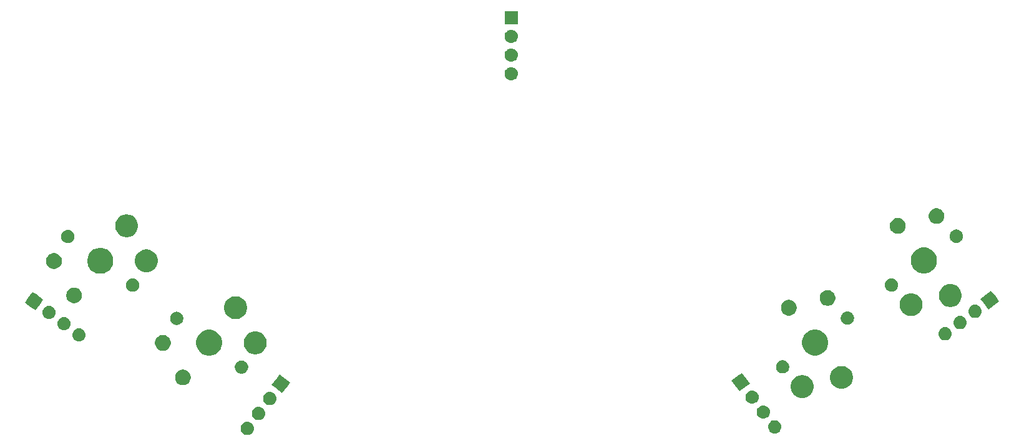
<source format=gbr>
G04 #@! TF.GenerationSoftware,KiCad,Pcbnew,(5.1.4)-1*
G04 #@! TF.CreationDate,2023-03-14T14:53:53-04:00*
G04 #@! TF.ProjectId,ThumbsUp,5468756d-6273-4557-902e-6b696361645f,rev?*
G04 #@! TF.SameCoordinates,Original*
G04 #@! TF.FileFunction,Soldermask,Top*
G04 #@! TF.FilePolarity,Negative*
%FSLAX46Y46*%
G04 Gerber Fmt 4.6, Leading zero omitted, Abs format (unit mm)*
G04 Created by KiCad (PCBNEW (5.1.4)-1) date 2023-03-14 14:53:53*
%MOMM*%
%LPD*%
G04 APERTURE LIST*
%ADD10C,0.100000*%
G04 APERTURE END LIST*
D10*
G36*
X114444727Y-104066955D02*
G01*
X114510911Y-104073473D01*
X114680750Y-104124993D01*
X114837275Y-104208658D01*
X114873013Y-104237988D01*
X114974470Y-104321250D01*
X115052530Y-104416368D01*
X115087062Y-104458445D01*
X115170727Y-104614970D01*
X115222247Y-104784809D01*
X115239643Y-104961436D01*
X115222247Y-105138063D01*
X115170727Y-105307902D01*
X115087062Y-105464427D01*
X115057732Y-105500165D01*
X114974470Y-105601622D01*
X114898663Y-105663834D01*
X114837275Y-105714214D01*
X114680750Y-105797879D01*
X114510911Y-105849399D01*
X114444726Y-105855918D01*
X114378544Y-105862436D01*
X114290024Y-105862436D01*
X114223842Y-105855918D01*
X114157657Y-105849399D01*
X113987818Y-105797879D01*
X113831293Y-105714214D01*
X113769905Y-105663834D01*
X113694098Y-105601622D01*
X113610836Y-105500165D01*
X113581506Y-105464427D01*
X113497841Y-105307902D01*
X113446321Y-105138063D01*
X113428925Y-104961436D01*
X113446321Y-104784809D01*
X113497841Y-104614970D01*
X113581506Y-104458445D01*
X113616038Y-104416368D01*
X113694098Y-104321250D01*
X113795555Y-104237988D01*
X113831293Y-104208658D01*
X113987818Y-104124993D01*
X114157657Y-104073473D01*
X114223841Y-104066955D01*
X114290024Y-104060436D01*
X114378544Y-104060436D01*
X114444727Y-104066955D01*
X114444727Y-104066955D01*
G37*
G36*
X186004086Y-103868353D02*
G01*
X186070270Y-103874871D01*
X186240109Y-103926391D01*
X186396634Y-104010056D01*
X186432372Y-104039386D01*
X186533829Y-104122648D01*
X186617091Y-104224105D01*
X186646421Y-104259843D01*
X186730086Y-104416368D01*
X186781606Y-104586207D01*
X186799002Y-104762834D01*
X186781606Y-104939461D01*
X186730086Y-105109300D01*
X186646421Y-105265825D01*
X186617091Y-105301563D01*
X186533829Y-105403020D01*
X186459003Y-105464427D01*
X186396634Y-105515612D01*
X186240109Y-105599277D01*
X186070270Y-105650797D01*
X186004085Y-105657316D01*
X185937903Y-105663834D01*
X185849383Y-105663834D01*
X185783201Y-105657316D01*
X185717016Y-105650797D01*
X185547177Y-105599277D01*
X185390652Y-105515612D01*
X185328283Y-105464427D01*
X185253457Y-105403020D01*
X185170195Y-105301563D01*
X185140865Y-105265825D01*
X185057200Y-105109300D01*
X185005680Y-104939461D01*
X184988284Y-104762834D01*
X185005680Y-104586207D01*
X185057200Y-104416368D01*
X185140865Y-104259843D01*
X185170195Y-104224105D01*
X185253457Y-104122648D01*
X185354914Y-104039386D01*
X185390652Y-104010056D01*
X185547177Y-103926391D01*
X185717016Y-103874871D01*
X185783200Y-103868353D01*
X185849383Y-103861834D01*
X185937903Y-103861834D01*
X186004086Y-103868353D01*
X186004086Y-103868353D01*
G37*
G36*
X115973337Y-102038420D02*
G01*
X116039521Y-102044938D01*
X116209360Y-102096458D01*
X116365885Y-102180123D01*
X116401623Y-102209453D01*
X116503080Y-102292715D01*
X116581140Y-102387833D01*
X116615672Y-102429910D01*
X116699337Y-102586435D01*
X116750857Y-102756274D01*
X116768253Y-102932901D01*
X116750857Y-103109528D01*
X116699337Y-103279367D01*
X116615672Y-103435892D01*
X116586342Y-103471630D01*
X116503080Y-103573087D01*
X116427273Y-103635299D01*
X116365885Y-103685679D01*
X116209360Y-103769344D01*
X116039521Y-103820864D01*
X115973336Y-103827383D01*
X115907154Y-103833901D01*
X115818634Y-103833901D01*
X115752452Y-103827383D01*
X115686267Y-103820864D01*
X115516428Y-103769344D01*
X115359903Y-103685679D01*
X115298515Y-103635299D01*
X115222708Y-103573087D01*
X115139446Y-103471630D01*
X115110116Y-103435892D01*
X115026451Y-103279367D01*
X114974931Y-103109528D01*
X114957535Y-102932901D01*
X114974931Y-102756274D01*
X115026451Y-102586435D01*
X115110116Y-102429910D01*
X115144648Y-102387833D01*
X115222708Y-102292715D01*
X115324165Y-102209453D01*
X115359903Y-102180123D01*
X115516428Y-102096458D01*
X115686267Y-102044938D01*
X115752452Y-102038419D01*
X115818634Y-102031901D01*
X115907154Y-102031901D01*
X115973337Y-102038420D01*
X115973337Y-102038420D01*
G37*
G36*
X184475476Y-101839818D02*
G01*
X184541660Y-101846336D01*
X184711499Y-101897856D01*
X184868024Y-101981521D01*
X184903762Y-102010851D01*
X185005219Y-102094113D01*
X185088481Y-102195570D01*
X185117811Y-102231308D01*
X185201476Y-102387833D01*
X185252996Y-102557672D01*
X185270392Y-102734299D01*
X185252996Y-102910926D01*
X185201476Y-103080765D01*
X185117811Y-103237290D01*
X185088481Y-103273028D01*
X185005219Y-103374485D01*
X184930393Y-103435892D01*
X184868024Y-103487077D01*
X184711499Y-103570742D01*
X184541660Y-103622262D01*
X184475475Y-103628781D01*
X184409293Y-103635299D01*
X184320773Y-103635299D01*
X184254591Y-103628781D01*
X184188406Y-103622262D01*
X184018567Y-103570742D01*
X183862042Y-103487077D01*
X183799673Y-103435892D01*
X183724847Y-103374485D01*
X183641585Y-103273028D01*
X183612255Y-103237290D01*
X183528590Y-103080765D01*
X183477070Y-102910926D01*
X183459674Y-102734299D01*
X183477070Y-102557672D01*
X183528590Y-102387833D01*
X183612255Y-102231308D01*
X183641585Y-102195570D01*
X183724847Y-102094113D01*
X183826304Y-102010851D01*
X183862042Y-101981521D01*
X184018567Y-101897856D01*
X184188406Y-101846336D01*
X184254590Y-101839818D01*
X184320773Y-101833299D01*
X184409293Y-101833299D01*
X184475476Y-101839818D01*
X184475476Y-101839818D01*
G37*
G36*
X117501946Y-100009885D02*
G01*
X117568131Y-100016404D01*
X117737970Y-100067924D01*
X117894495Y-100151589D01*
X117930233Y-100180919D01*
X118031690Y-100264181D01*
X118109750Y-100359299D01*
X118144282Y-100401376D01*
X118227947Y-100557901D01*
X118279467Y-100727740D01*
X118296863Y-100904367D01*
X118279467Y-101080994D01*
X118227947Y-101250833D01*
X118144282Y-101407358D01*
X118114952Y-101443096D01*
X118031690Y-101544553D01*
X117955883Y-101606765D01*
X117894495Y-101657145D01*
X117737970Y-101740810D01*
X117568131Y-101792330D01*
X117501947Y-101798848D01*
X117435764Y-101805367D01*
X117347244Y-101805367D01*
X117281061Y-101798848D01*
X117214877Y-101792330D01*
X117045038Y-101740810D01*
X116888513Y-101657145D01*
X116827125Y-101606765D01*
X116751318Y-101544553D01*
X116668056Y-101443096D01*
X116638726Y-101407358D01*
X116555061Y-101250833D01*
X116503541Y-101080994D01*
X116486145Y-100904367D01*
X116503541Y-100727740D01*
X116555061Y-100557901D01*
X116638726Y-100401376D01*
X116673258Y-100359299D01*
X116751318Y-100264181D01*
X116852775Y-100180919D01*
X116888513Y-100151589D01*
X117045038Y-100067924D01*
X117214877Y-100016404D01*
X117281062Y-100009885D01*
X117347244Y-100003367D01*
X117435764Y-100003367D01*
X117501946Y-100009885D01*
X117501946Y-100009885D01*
G37*
G36*
X182946865Y-99811283D02*
G01*
X183013050Y-99817802D01*
X183182889Y-99869322D01*
X183339414Y-99952987D01*
X183375152Y-99982317D01*
X183476609Y-100065579D01*
X183559871Y-100167036D01*
X183589201Y-100202774D01*
X183672866Y-100359299D01*
X183724386Y-100529138D01*
X183741782Y-100705765D01*
X183724386Y-100882392D01*
X183672866Y-101052231D01*
X183589201Y-101208756D01*
X183559871Y-101244494D01*
X183476609Y-101345951D01*
X183401783Y-101407358D01*
X183339414Y-101458543D01*
X183182889Y-101542208D01*
X183013050Y-101593728D01*
X182946866Y-101600246D01*
X182880683Y-101606765D01*
X182792163Y-101606765D01*
X182725980Y-101600246D01*
X182659796Y-101593728D01*
X182489957Y-101542208D01*
X182333432Y-101458543D01*
X182271063Y-101407358D01*
X182196237Y-101345951D01*
X182112975Y-101244494D01*
X182083645Y-101208756D01*
X181999980Y-101052231D01*
X181948460Y-100882392D01*
X181931064Y-100705765D01*
X181948460Y-100529138D01*
X181999980Y-100359299D01*
X182083645Y-100202774D01*
X182112975Y-100167036D01*
X182196237Y-100065579D01*
X182297694Y-99982317D01*
X182333432Y-99952987D01*
X182489957Y-99869322D01*
X182659796Y-99817802D01*
X182725980Y-99811284D01*
X182792163Y-99804765D01*
X182880683Y-99804765D01*
X182946865Y-99811283D01*
X182946865Y-99811283D01*
G37*
G36*
X189931245Y-97761399D02*
G01*
X190081070Y-97791201D01*
X190363334Y-97908118D01*
X190617365Y-98077856D01*
X190833401Y-98293892D01*
X191003139Y-98547923D01*
X191120056Y-98830187D01*
X191179660Y-99129837D01*
X191179660Y-99435357D01*
X191120056Y-99735007D01*
X191003139Y-100017271D01*
X190833401Y-100271302D01*
X190617365Y-100487338D01*
X190363334Y-100657076D01*
X190081070Y-100773993D01*
X189931245Y-100803795D01*
X189781421Y-100833597D01*
X189475899Y-100833597D01*
X189326075Y-100803795D01*
X189176250Y-100773993D01*
X188893986Y-100657076D01*
X188639955Y-100487338D01*
X188423919Y-100271302D01*
X188254181Y-100017271D01*
X188137264Y-99735007D01*
X188077660Y-99435357D01*
X188077660Y-99129837D01*
X188137264Y-98830187D01*
X188254181Y-98547923D01*
X188423919Y-98293892D01*
X188639955Y-98077856D01*
X188893986Y-97908118D01*
X189176250Y-97791201D01*
X189326075Y-97761399D01*
X189475899Y-97731597D01*
X189781421Y-97731597D01*
X189931245Y-97761399D01*
X189931245Y-97761399D01*
G37*
G36*
X119146297Y-97918100D02*
G01*
X120181920Y-98698497D01*
X120181920Y-98698498D01*
X119777441Y-99235260D01*
X119097450Y-100137639D01*
X119097449Y-100137639D01*
X118165491Y-99435358D01*
X117658308Y-99053169D01*
X117658308Y-99053168D01*
X118355261Y-98128280D01*
X118742778Y-97614027D01*
X118742779Y-97614027D01*
X119146297Y-97918100D01*
X119146297Y-97918100D01*
G37*
G36*
X182063769Y-98183281D02*
G01*
X182569619Y-98854566D01*
X182569619Y-98854567D01*
X182064420Y-99235261D01*
X181130478Y-99939037D01*
X181130477Y-99939037D01*
X180294900Y-98830188D01*
X180046007Y-98499896D01*
X180046007Y-98499895D01*
X181065574Y-97731597D01*
X181485148Y-97415425D01*
X181485149Y-97415425D01*
X182063769Y-98183281D01*
X182063769Y-98183281D01*
G37*
G36*
X195248415Y-96509322D02*
G01*
X195398240Y-96539124D01*
X195680504Y-96656041D01*
X195934535Y-96825779D01*
X196150571Y-97041815D01*
X196320309Y-97295846D01*
X196437226Y-97578110D01*
X196496830Y-97877760D01*
X196496830Y-98183280D01*
X196437226Y-98482930D01*
X196320309Y-98765194D01*
X196150571Y-99019225D01*
X195934535Y-99235261D01*
X195680504Y-99404999D01*
X195398240Y-99521916D01*
X195248415Y-99551718D01*
X195098591Y-99581520D01*
X194793069Y-99581520D01*
X194643245Y-99551718D01*
X194493420Y-99521916D01*
X194211156Y-99404999D01*
X193957125Y-99235261D01*
X193741089Y-99019225D01*
X193571351Y-98765194D01*
X193454434Y-98482930D01*
X193394830Y-98183280D01*
X193394830Y-97877760D01*
X193454434Y-97578110D01*
X193571351Y-97295846D01*
X193741089Y-97041815D01*
X193957125Y-96825779D01*
X194211156Y-96656041D01*
X194493420Y-96539124D01*
X194643245Y-96509322D01*
X194793069Y-96479520D01*
X195098591Y-96479520D01*
X195248415Y-96509322D01*
X195248415Y-96509322D01*
G37*
G36*
X105917786Y-96997193D02*
G01*
X106111967Y-97077626D01*
X106111969Y-97077627D01*
X106286728Y-97194397D01*
X106435348Y-97343017D01*
X106465321Y-97387875D01*
X106552119Y-97517778D01*
X106632552Y-97711959D01*
X106673555Y-97918098D01*
X106673555Y-98128282D01*
X106632552Y-98334421D01*
X106552119Y-98528602D01*
X106552118Y-98528604D01*
X106435348Y-98703363D01*
X106286728Y-98851983D01*
X106111969Y-98968753D01*
X106111968Y-98968754D01*
X106111967Y-98968754D01*
X105917786Y-99049187D01*
X105711647Y-99090190D01*
X105501463Y-99090190D01*
X105295324Y-99049187D01*
X105101143Y-98968754D01*
X105101142Y-98968754D01*
X105101141Y-98968753D01*
X104926382Y-98851983D01*
X104777762Y-98703363D01*
X104660992Y-98528604D01*
X104660991Y-98528602D01*
X104580558Y-98334421D01*
X104539555Y-98128282D01*
X104539555Y-97918098D01*
X104580558Y-97711959D01*
X104660991Y-97517778D01*
X104747789Y-97387875D01*
X104777762Y-97343017D01*
X104926382Y-97194397D01*
X105101141Y-97077627D01*
X105101143Y-97077626D01*
X105295324Y-96997193D01*
X105501463Y-96956190D01*
X105711647Y-96956190D01*
X105917786Y-96997193D01*
X105917786Y-96997193D01*
G37*
G36*
X113725711Y-95736653D02*
G01*
X113812834Y-95753982D01*
X113898264Y-95789369D01*
X113976970Y-95821970D01*
X114075893Y-95888068D01*
X114124687Y-95920671D01*
X114250311Y-96046295D01*
X114250313Y-96046298D01*
X114349012Y-96194012D01*
X114349012Y-96194013D01*
X114417000Y-96358148D01*
X114417000Y-96358150D01*
X114445175Y-96499793D01*
X114451659Y-96532394D01*
X114451659Y-96710052D01*
X114417000Y-96884298D01*
X114387221Y-96956190D01*
X114349012Y-97048434D01*
X114272096Y-97163547D01*
X114250311Y-97196151D01*
X114124687Y-97321775D01*
X114124684Y-97321777D01*
X113976970Y-97420476D01*
X113922257Y-97443139D01*
X113812834Y-97488464D01*
X113725711Y-97505794D01*
X113638590Y-97523123D01*
X113460928Y-97523123D01*
X113373807Y-97505794D01*
X113286684Y-97488464D01*
X113177261Y-97443139D01*
X113122548Y-97420476D01*
X112974834Y-97321777D01*
X112974831Y-97321775D01*
X112849207Y-97196151D01*
X112827422Y-97163547D01*
X112750506Y-97048434D01*
X112712297Y-96956190D01*
X112682518Y-96884298D01*
X112647859Y-96710052D01*
X112647859Y-96532394D01*
X112654344Y-96499793D01*
X112682518Y-96358150D01*
X112682518Y-96358148D01*
X112750506Y-96194013D01*
X112750506Y-96194012D01*
X112849205Y-96046298D01*
X112849207Y-96046295D01*
X112974831Y-95920671D01*
X113023625Y-95888068D01*
X113122548Y-95821970D01*
X113201254Y-95789369D01*
X113286684Y-95753982D01*
X113373807Y-95736653D01*
X113460928Y-95719323D01*
X113638590Y-95719323D01*
X113725711Y-95736653D01*
X113725711Y-95736653D01*
G37*
G36*
X187148488Y-95704052D02*
G01*
X187235611Y-95721381D01*
X187345034Y-95766706D01*
X187399747Y-95789369D01*
X187546469Y-95887405D01*
X187547464Y-95888070D01*
X187673088Y-96013694D01*
X187673090Y-96013697D01*
X187771789Y-96161411D01*
X187771789Y-96161412D01*
X187839777Y-96325547D01*
X187846262Y-96358150D01*
X187874436Y-96499791D01*
X187874436Y-96677453D01*
X187867951Y-96710054D01*
X187839777Y-96851697D01*
X187796494Y-96956190D01*
X187771789Y-97015833D01*
X187673753Y-97162555D01*
X187673088Y-97163550D01*
X187547464Y-97289174D01*
X187547461Y-97289176D01*
X187399747Y-97387875D01*
X187345034Y-97410538D01*
X187235611Y-97455863D01*
X187148488Y-97473192D01*
X187061367Y-97490522D01*
X186883705Y-97490522D01*
X186796584Y-97473192D01*
X186709461Y-97455863D01*
X186600038Y-97410538D01*
X186545325Y-97387875D01*
X186397611Y-97289176D01*
X186397608Y-97289174D01*
X186271984Y-97163550D01*
X186271319Y-97162555D01*
X186173283Y-97015833D01*
X186148578Y-96956190D01*
X186105295Y-96851697D01*
X186077121Y-96710054D01*
X186070636Y-96677453D01*
X186070636Y-96499791D01*
X186098810Y-96358150D01*
X186105295Y-96325547D01*
X186173283Y-96161412D01*
X186173283Y-96161411D01*
X186271982Y-96013697D01*
X186271984Y-96013694D01*
X186397608Y-95888070D01*
X186398603Y-95887405D01*
X186545325Y-95789369D01*
X186600038Y-95766706D01*
X186709461Y-95721381D01*
X186796584Y-95704051D01*
X186883705Y-95686722D01*
X187061367Y-95686722D01*
X187148488Y-95704052D01*
X187148488Y-95704052D01*
G37*
G36*
X109672240Y-91613587D02*
G01*
X109993540Y-91746674D01*
X109993542Y-91746675D01*
X110282704Y-91939887D01*
X110528617Y-92185800D01*
X110701391Y-92444374D01*
X110721830Y-92474964D01*
X110854917Y-92796264D01*
X110922764Y-93137352D01*
X110922764Y-93485128D01*
X110854917Y-93826216D01*
X110775828Y-94017153D01*
X110721829Y-94147518D01*
X110528617Y-94436680D01*
X110282704Y-94682593D01*
X109993542Y-94875805D01*
X109993541Y-94875806D01*
X109993540Y-94875806D01*
X109672240Y-95008893D01*
X109331152Y-95076740D01*
X108983376Y-95076740D01*
X108642288Y-95008893D01*
X108320988Y-94875806D01*
X108320987Y-94875806D01*
X108320986Y-94875805D01*
X108031824Y-94682593D01*
X107785911Y-94436680D01*
X107592699Y-94147518D01*
X107538700Y-94017153D01*
X107459611Y-93826216D01*
X107391764Y-93485128D01*
X107391764Y-93137352D01*
X107459611Y-92796264D01*
X107592698Y-92474964D01*
X107613138Y-92444374D01*
X107785911Y-92185800D01*
X108031824Y-91939887D01*
X108320986Y-91746675D01*
X108320988Y-91746674D01*
X108642288Y-91613587D01*
X108983376Y-91545740D01*
X109331152Y-91545740D01*
X109672240Y-91613587D01*
X109672240Y-91613587D01*
G37*
G36*
X191880007Y-91580986D02*
G01*
X192201307Y-91714073D01*
X192201309Y-91714074D01*
X192490471Y-91907286D01*
X192736384Y-92153199D01*
X192895556Y-92391416D01*
X192929597Y-92442363D01*
X193062684Y-92763663D01*
X193130531Y-93104751D01*
X193130531Y-93452527D01*
X193062684Y-93793615D01*
X192929597Y-94114915D01*
X192929596Y-94114917D01*
X192736384Y-94404079D01*
X192490471Y-94649992D01*
X192201309Y-94843204D01*
X192201308Y-94843205D01*
X192201307Y-94843205D01*
X191880007Y-94976292D01*
X191538919Y-95044139D01*
X191191143Y-95044139D01*
X190850055Y-94976292D01*
X190528755Y-94843205D01*
X190528754Y-94843205D01*
X190528753Y-94843204D01*
X190239591Y-94649992D01*
X189993678Y-94404079D01*
X189800466Y-94114917D01*
X189800465Y-94114915D01*
X189667378Y-93793615D01*
X189599531Y-93452527D01*
X189599531Y-93104751D01*
X189667378Y-92763663D01*
X189800465Y-92442363D01*
X189834507Y-92391416D01*
X189993678Y-92153199D01*
X190239591Y-91907286D01*
X190528753Y-91714074D01*
X190528755Y-91714073D01*
X190850055Y-91580986D01*
X191191143Y-91513139D01*
X191538919Y-91513139D01*
X191880007Y-91580986D01*
X191880007Y-91580986D01*
G37*
G36*
X115709833Y-91804234D02*
G01*
X115859658Y-91834036D01*
X116141922Y-91950953D01*
X116395953Y-92120691D01*
X116611989Y-92336727D01*
X116781727Y-92590758D01*
X116898644Y-92873022D01*
X116898644Y-92873023D01*
X116958248Y-93172671D01*
X116958248Y-93478193D01*
X116928446Y-93628017D01*
X116898644Y-93777842D01*
X116781727Y-94060106D01*
X116611989Y-94314137D01*
X116395953Y-94530173D01*
X116141922Y-94699911D01*
X115859658Y-94816828D01*
X115727057Y-94843204D01*
X115560009Y-94876432D01*
X115254487Y-94876432D01*
X115087439Y-94843204D01*
X114954838Y-94816828D01*
X114672574Y-94699911D01*
X114418543Y-94530173D01*
X114202507Y-94314137D01*
X114032769Y-94060106D01*
X113915852Y-93777842D01*
X113886050Y-93628017D01*
X113856248Y-93478193D01*
X113856248Y-93172671D01*
X113915852Y-92873023D01*
X113915852Y-92873022D01*
X114032769Y-92590758D01*
X114202507Y-92336727D01*
X114418543Y-92120691D01*
X114672574Y-91950953D01*
X114954838Y-91834036D01*
X115104663Y-91804234D01*
X115254487Y-91774432D01*
X115560009Y-91774432D01*
X115709833Y-91804234D01*
X115709833Y-91804234D01*
G37*
G36*
X103188420Y-92310983D02*
G01*
X103382601Y-92391416D01*
X103382603Y-92391417D01*
X103557362Y-92508187D01*
X103705982Y-92656807D01*
X103799163Y-92796263D01*
X103822753Y-92831568D01*
X103903186Y-93025749D01*
X103944189Y-93231888D01*
X103944189Y-93442072D01*
X103903186Y-93648211D01*
X103842957Y-93793615D01*
X103822752Y-93842394D01*
X103705982Y-94017153D01*
X103557362Y-94165773D01*
X103382603Y-94282543D01*
X103382602Y-94282544D01*
X103382601Y-94282544D01*
X103188420Y-94362977D01*
X102982281Y-94403980D01*
X102772097Y-94403980D01*
X102565958Y-94362977D01*
X102371777Y-94282544D01*
X102371776Y-94282544D01*
X102371775Y-94282543D01*
X102197016Y-94165773D01*
X102048396Y-94017153D01*
X101931626Y-93842394D01*
X101911421Y-93793615D01*
X101851192Y-93648211D01*
X101810189Y-93442072D01*
X101810189Y-93231888D01*
X101851192Y-93025749D01*
X101931625Y-92831568D01*
X101955215Y-92796263D01*
X102048396Y-92656807D01*
X102197016Y-92508187D01*
X102371775Y-92391417D01*
X102371777Y-92391416D01*
X102565958Y-92310983D01*
X102772097Y-92269980D01*
X102982281Y-92269980D01*
X103188420Y-92310983D01*
X103188420Y-92310983D01*
G37*
G36*
X91603061Y-91357030D02*
G01*
X91669245Y-91363548D01*
X91839084Y-91415068D01*
X91995609Y-91498733D01*
X92031347Y-91528063D01*
X92132804Y-91611325D01*
X92216066Y-91712782D01*
X92245396Y-91748520D01*
X92329061Y-91905045D01*
X92380581Y-92074884D01*
X92397977Y-92251511D01*
X92380581Y-92428138D01*
X92329061Y-92597977D01*
X92245396Y-92754502D01*
X92216066Y-92790240D01*
X92132804Y-92891697D01*
X92031347Y-92974959D01*
X91995609Y-93004289D01*
X91839084Y-93087954D01*
X91669245Y-93139474D01*
X91603061Y-93145992D01*
X91536878Y-93152511D01*
X91448358Y-93152511D01*
X91382175Y-93145992D01*
X91315991Y-93139474D01*
X91146152Y-93087954D01*
X90989627Y-93004289D01*
X90953889Y-92974959D01*
X90852432Y-92891697D01*
X90769170Y-92790240D01*
X90739840Y-92754502D01*
X90656175Y-92597977D01*
X90604655Y-92428138D01*
X90587259Y-92251511D01*
X90604655Y-92074884D01*
X90656175Y-91905045D01*
X90739840Y-91748520D01*
X90769170Y-91712782D01*
X90852432Y-91611325D01*
X90953889Y-91528063D01*
X90989627Y-91498733D01*
X91146152Y-91415068D01*
X91315991Y-91363548D01*
X91382175Y-91357030D01*
X91448358Y-91350511D01*
X91536878Y-91350511D01*
X91603061Y-91357030D01*
X91603061Y-91357030D01*
G37*
G36*
X209125584Y-91203425D02*
G01*
X209191768Y-91209943D01*
X209361607Y-91261463D01*
X209518132Y-91345128D01*
X209553870Y-91374458D01*
X209655327Y-91457720D01*
X209727562Y-91545740D01*
X209767919Y-91594915D01*
X209851584Y-91751440D01*
X209903104Y-91921279D01*
X209920500Y-92097906D01*
X209903104Y-92274533D01*
X209851584Y-92444372D01*
X209767919Y-92600897D01*
X209738589Y-92636635D01*
X209655327Y-92738092D01*
X209553870Y-92821354D01*
X209518132Y-92850684D01*
X209361607Y-92934349D01*
X209191768Y-92985869D01*
X209125584Y-92992387D01*
X209059401Y-92998906D01*
X208970881Y-92998906D01*
X208904699Y-92992388D01*
X208838514Y-92985869D01*
X208668675Y-92934349D01*
X208512150Y-92850684D01*
X208476412Y-92821354D01*
X208374955Y-92738092D01*
X208291693Y-92636635D01*
X208262363Y-92600897D01*
X208178698Y-92444372D01*
X208127178Y-92274533D01*
X208109782Y-92097906D01*
X208127178Y-91921279D01*
X208178698Y-91751440D01*
X208262363Y-91594915D01*
X208302720Y-91545740D01*
X208374955Y-91457720D01*
X208476412Y-91374458D01*
X208512150Y-91345128D01*
X208668675Y-91261463D01*
X208838514Y-91209943D01*
X208904698Y-91203425D01*
X208970881Y-91196906D01*
X209059401Y-91196906D01*
X209125584Y-91203425D01*
X209125584Y-91203425D01*
G37*
G36*
X89574526Y-89828420D02*
G01*
X89640710Y-89834938D01*
X89810549Y-89886458D01*
X89967074Y-89970123D01*
X90002812Y-89999453D01*
X90104269Y-90082715D01*
X90187531Y-90184172D01*
X90216861Y-90219910D01*
X90300526Y-90376435D01*
X90352046Y-90546274D01*
X90369442Y-90722901D01*
X90352046Y-90899528D01*
X90300526Y-91069367D01*
X90216861Y-91225892D01*
X90187668Y-91261463D01*
X90104269Y-91363087D01*
X90002812Y-91446349D01*
X89967074Y-91475679D01*
X89810549Y-91559344D01*
X89640710Y-91610864D01*
X89574525Y-91617383D01*
X89508343Y-91623901D01*
X89419823Y-91623901D01*
X89353641Y-91617383D01*
X89287456Y-91610864D01*
X89117617Y-91559344D01*
X88961092Y-91475679D01*
X88925354Y-91446349D01*
X88823897Y-91363087D01*
X88740498Y-91261463D01*
X88711305Y-91225892D01*
X88627640Y-91069367D01*
X88576120Y-90899528D01*
X88558724Y-90722901D01*
X88576120Y-90546274D01*
X88627640Y-90376435D01*
X88711305Y-90219910D01*
X88740635Y-90184172D01*
X88823897Y-90082715D01*
X88925354Y-89999453D01*
X88961092Y-89970123D01*
X89117617Y-89886458D01*
X89287456Y-89834938D01*
X89353640Y-89828420D01*
X89419823Y-89821901D01*
X89508343Y-89821901D01*
X89574526Y-89828420D01*
X89574526Y-89828420D01*
G37*
G36*
X211154118Y-89674814D02*
G01*
X211220303Y-89681333D01*
X211390142Y-89732853D01*
X211546667Y-89816518D01*
X211582405Y-89845848D01*
X211683862Y-89929110D01*
X211767124Y-90030567D01*
X211796454Y-90066305D01*
X211880119Y-90222830D01*
X211931639Y-90392669D01*
X211949035Y-90569296D01*
X211931639Y-90745923D01*
X211880119Y-90915762D01*
X211796454Y-91072287D01*
X211767124Y-91108025D01*
X211683862Y-91209482D01*
X211582405Y-91292744D01*
X211546667Y-91322074D01*
X211390142Y-91405739D01*
X211220303Y-91457259D01*
X211154119Y-91463777D01*
X211087936Y-91470296D01*
X210999416Y-91470296D01*
X210933234Y-91463778D01*
X210867049Y-91457259D01*
X210697210Y-91405739D01*
X210540685Y-91322074D01*
X210504947Y-91292744D01*
X210403490Y-91209482D01*
X210320228Y-91108025D01*
X210290898Y-91072287D01*
X210207233Y-90915762D01*
X210155713Y-90745923D01*
X210138317Y-90569296D01*
X210155713Y-90392669D01*
X210207233Y-90222830D01*
X210290898Y-90066305D01*
X210320228Y-90030567D01*
X210403490Y-89929110D01*
X210504947Y-89845848D01*
X210540685Y-89816518D01*
X210697210Y-89732853D01*
X210867049Y-89681333D01*
X210933234Y-89674814D01*
X210999416Y-89668296D01*
X211087936Y-89668296D01*
X211154118Y-89674814D01*
X211154118Y-89674814D01*
G37*
G36*
X104940721Y-89116687D02*
G01*
X105027844Y-89134016D01*
X105113274Y-89169403D01*
X105191980Y-89202004D01*
X105290903Y-89268102D01*
X105339697Y-89300705D01*
X105465321Y-89426329D01*
X105465323Y-89426332D01*
X105564022Y-89574046D01*
X105571743Y-89592686D01*
X105632010Y-89738182D01*
X105632010Y-89738184D01*
X105661504Y-89886458D01*
X105666669Y-89912428D01*
X105666669Y-90090086D01*
X105632010Y-90264332D01*
X105586685Y-90373755D01*
X105564022Y-90428468D01*
X105487106Y-90543581D01*
X105465321Y-90576185D01*
X105339697Y-90701809D01*
X105339694Y-90701811D01*
X105191980Y-90800510D01*
X105137267Y-90823173D01*
X105027844Y-90868498D01*
X104940721Y-90885827D01*
X104853600Y-90903157D01*
X104675938Y-90903157D01*
X104588817Y-90885827D01*
X104501694Y-90868498D01*
X104392271Y-90823173D01*
X104337558Y-90800510D01*
X104189844Y-90701811D01*
X104189841Y-90701809D01*
X104064217Y-90576185D01*
X104042432Y-90543581D01*
X103965516Y-90428468D01*
X103942853Y-90373755D01*
X103897528Y-90264332D01*
X103862869Y-90090086D01*
X103862869Y-89912428D01*
X103868035Y-89886458D01*
X103897528Y-89738184D01*
X103897528Y-89738182D01*
X103957795Y-89592686D01*
X103965516Y-89574046D01*
X104064215Y-89426332D01*
X104064217Y-89426329D01*
X104189841Y-89300705D01*
X104238635Y-89268102D01*
X104337558Y-89202004D01*
X104416264Y-89169403D01*
X104501694Y-89134016D01*
X104588817Y-89116686D01*
X104675938Y-89099357D01*
X104853600Y-89099357D01*
X104940721Y-89116687D01*
X104940721Y-89116687D01*
G37*
G36*
X195933478Y-89084085D02*
G01*
X196020601Y-89101415D01*
X196108255Y-89137723D01*
X196184737Y-89169403D01*
X196300661Y-89246861D01*
X196332454Y-89268104D01*
X196458078Y-89393728D01*
X196458080Y-89393731D01*
X196556779Y-89541445D01*
X196570283Y-89574046D01*
X196624767Y-89705581D01*
X196631252Y-89738184D01*
X196659426Y-89879825D01*
X196659426Y-90057487D01*
X196652941Y-90090088D01*
X196624767Y-90231731D01*
X196579442Y-90341154D01*
X196556779Y-90395867D01*
X196458743Y-90542589D01*
X196458078Y-90543584D01*
X196332454Y-90669208D01*
X196332451Y-90669210D01*
X196184737Y-90767909D01*
X196130024Y-90790572D01*
X196020601Y-90835897D01*
X195933478Y-90853226D01*
X195846357Y-90870556D01*
X195668695Y-90870556D01*
X195581574Y-90853227D01*
X195494451Y-90835897D01*
X195385028Y-90790572D01*
X195330315Y-90767909D01*
X195182601Y-90669210D01*
X195182598Y-90669208D01*
X195056974Y-90543584D01*
X195056309Y-90542589D01*
X194958273Y-90395867D01*
X194935610Y-90341154D01*
X194890285Y-90231731D01*
X194862111Y-90090088D01*
X194855626Y-90057487D01*
X194855626Y-89879825D01*
X194883800Y-89738184D01*
X194890285Y-89705581D01*
X194944769Y-89574046D01*
X194958273Y-89541445D01*
X195056972Y-89393731D01*
X195056974Y-89393728D01*
X195182598Y-89268104D01*
X195214391Y-89246861D01*
X195330315Y-89169403D01*
X195406797Y-89137723D01*
X195494451Y-89101415D01*
X195581574Y-89084086D01*
X195668695Y-89066756D01*
X195846357Y-89066756D01*
X195933478Y-89084085D01*
X195933478Y-89084085D01*
G37*
G36*
X113040648Y-87038161D02*
G01*
X113190473Y-87067963D01*
X113472737Y-87184880D01*
X113726768Y-87354618D01*
X113942804Y-87570654D01*
X114112542Y-87824685D01*
X114229459Y-88106949D01*
X114289063Y-88406599D01*
X114289063Y-88712119D01*
X114229459Y-89011769D01*
X114112542Y-89294033D01*
X113942804Y-89548064D01*
X113726768Y-89764100D01*
X113472737Y-89933838D01*
X113190473Y-90050755D01*
X113040648Y-90080557D01*
X112890824Y-90110359D01*
X112585302Y-90110359D01*
X112435478Y-90080557D01*
X112285653Y-90050755D01*
X112003389Y-89933838D01*
X111749358Y-89764100D01*
X111533322Y-89548064D01*
X111363584Y-89294033D01*
X111246667Y-89011769D01*
X111187063Y-88712119D01*
X111187063Y-88406599D01*
X111246667Y-88106949D01*
X111363584Y-87824685D01*
X111533322Y-87570654D01*
X111749358Y-87354618D01*
X112003389Y-87184880D01*
X112285653Y-87067963D01*
X112435478Y-87038161D01*
X112585302Y-87008359D01*
X112890824Y-87008359D01*
X113040648Y-87038161D01*
X113040648Y-87038161D01*
G37*
G36*
X87545992Y-88299810D02*
G01*
X87612176Y-88306328D01*
X87782015Y-88357848D01*
X87938540Y-88441513D01*
X87974278Y-88470843D01*
X88075735Y-88554105D01*
X88158997Y-88655562D01*
X88188327Y-88691300D01*
X88271992Y-88847825D01*
X88323512Y-89017664D01*
X88340908Y-89194291D01*
X88323512Y-89370918D01*
X88271992Y-89540757D01*
X88188327Y-89697282D01*
X88181516Y-89705581D01*
X88075735Y-89834477D01*
X87980752Y-89912426D01*
X87938540Y-89947069D01*
X87782015Y-90030734D01*
X87612176Y-90082254D01*
X87545992Y-90088772D01*
X87479809Y-90095291D01*
X87391289Y-90095291D01*
X87325106Y-90088772D01*
X87258922Y-90082254D01*
X87089083Y-90030734D01*
X86932558Y-89947069D01*
X86890346Y-89912426D01*
X86795363Y-89834477D01*
X86689582Y-89705581D01*
X86682771Y-89697282D01*
X86599106Y-89540757D01*
X86547586Y-89370918D01*
X86530190Y-89194291D01*
X86547586Y-89017664D01*
X86599106Y-88847825D01*
X86682771Y-88691300D01*
X86712101Y-88655562D01*
X86795363Y-88554105D01*
X86896820Y-88470843D01*
X86932558Y-88441513D01*
X87089083Y-88357848D01*
X87258922Y-88306328D01*
X87325106Y-88299810D01*
X87391289Y-88293291D01*
X87479809Y-88293291D01*
X87545992Y-88299810D01*
X87545992Y-88299810D01*
G37*
G36*
X213182653Y-88146205D02*
G01*
X213248837Y-88152723D01*
X213418676Y-88204243D01*
X213575201Y-88287908D01*
X213610939Y-88317238D01*
X213712396Y-88400500D01*
X213795658Y-88501957D01*
X213824988Y-88537695D01*
X213908653Y-88694220D01*
X213960173Y-88864059D01*
X213977569Y-89040686D01*
X213960173Y-89217313D01*
X213908653Y-89387152D01*
X213908652Y-89387154D01*
X213887712Y-89426329D01*
X213824988Y-89543677D01*
X213800065Y-89574046D01*
X213712396Y-89680872D01*
X213610982Y-89764099D01*
X213575201Y-89793464D01*
X213418676Y-89877129D01*
X213248837Y-89928649D01*
X213196151Y-89933838D01*
X213116470Y-89941686D01*
X213027950Y-89941686D01*
X212948269Y-89933838D01*
X212895583Y-89928649D01*
X212725744Y-89877129D01*
X212569219Y-89793464D01*
X212533438Y-89764099D01*
X212432024Y-89680872D01*
X212344355Y-89574046D01*
X212319432Y-89543677D01*
X212256708Y-89426329D01*
X212235768Y-89387154D01*
X212235767Y-89387152D01*
X212184247Y-89217313D01*
X212166851Y-89040686D01*
X212184247Y-88864059D01*
X212235767Y-88694220D01*
X212319432Y-88537695D01*
X212348762Y-88501957D01*
X212432024Y-88400500D01*
X212533481Y-88317238D01*
X212569219Y-88287908D01*
X212725744Y-88204243D01*
X212895583Y-88152723D01*
X212961767Y-88146205D01*
X213027950Y-88139686D01*
X213116470Y-88139686D01*
X213182653Y-88146205D01*
X213182653Y-88146205D01*
G37*
G36*
X204706002Y-86627821D02*
G01*
X204855827Y-86657623D01*
X205138091Y-86774540D01*
X205392122Y-86944278D01*
X205608158Y-87160314D01*
X205777896Y-87414345D01*
X205894813Y-87696609D01*
X205954417Y-87996259D01*
X205954417Y-88301779D01*
X205894813Y-88601429D01*
X205777896Y-88883693D01*
X205608158Y-89137724D01*
X205392122Y-89353760D01*
X205138091Y-89523498D01*
X204855827Y-89640415D01*
X204706002Y-89670217D01*
X204556178Y-89700019D01*
X204250656Y-89700019D01*
X204100832Y-89670217D01*
X203951007Y-89640415D01*
X203668743Y-89523498D01*
X203414712Y-89353760D01*
X203198676Y-89137724D01*
X203028938Y-88883693D01*
X202912021Y-88601429D01*
X202852417Y-88301779D01*
X202852417Y-87996259D01*
X202912021Y-87696609D01*
X203028938Y-87414345D01*
X203198676Y-87160314D01*
X203414712Y-86944278D01*
X203668743Y-86774540D01*
X203951007Y-86657623D01*
X204100832Y-86627821D01*
X204250656Y-86598019D01*
X204556178Y-86598019D01*
X204706002Y-86627821D01*
X204706002Y-86627821D01*
G37*
G36*
X188125553Y-87540692D02*
G01*
X188319734Y-87621125D01*
X188319736Y-87621126D01*
X188494495Y-87737896D01*
X188643115Y-87886516D01*
X188759885Y-88061275D01*
X188759886Y-88061277D01*
X188840319Y-88255458D01*
X188881322Y-88461597D01*
X188881322Y-88671781D01*
X188840319Y-88877920D01*
X188762100Y-89066756D01*
X188759885Y-89072103D01*
X188643115Y-89246862D01*
X188494495Y-89395482D01*
X188319736Y-89512252D01*
X188319735Y-89512253D01*
X188319734Y-89512253D01*
X188125553Y-89592686D01*
X187919414Y-89633689D01*
X187709230Y-89633689D01*
X187503091Y-89592686D01*
X187308910Y-89512253D01*
X187308909Y-89512253D01*
X187308908Y-89512252D01*
X187134149Y-89395482D01*
X186985529Y-89246862D01*
X186868759Y-89072103D01*
X186866544Y-89066756D01*
X186788325Y-88877920D01*
X186747322Y-88671781D01*
X186747322Y-88461597D01*
X186788325Y-88255458D01*
X186868758Y-88061277D01*
X186868759Y-88061275D01*
X186985529Y-87886516D01*
X187134149Y-87737896D01*
X187308908Y-87621126D01*
X187308910Y-87621125D01*
X187503091Y-87540692D01*
X187709230Y-87499689D01*
X187919414Y-87499689D01*
X188125553Y-87540692D01*
X188125553Y-87540692D01*
G37*
G36*
X85661580Y-86729335D02*
G01*
X86668821Y-87488345D01*
X86668821Y-87488346D01*
X86206639Y-88101682D01*
X85584351Y-88927487D01*
X85584350Y-88927487D01*
X84939440Y-88441512D01*
X84145209Y-87843017D01*
X84145209Y-87843016D01*
X84629120Y-87200845D01*
X85229679Y-86403875D01*
X85229680Y-86403875D01*
X85661580Y-86729335D01*
X85661580Y-86729335D01*
G37*
G36*
X215880495Y-87049703D02*
G01*
X216362550Y-87689411D01*
X216362550Y-87689412D01*
X215679345Y-88204243D01*
X214923409Y-88773882D01*
X214923408Y-88773882D01*
X214254731Y-87886517D01*
X213838938Y-87334741D01*
X213838938Y-87334740D01*
X214874250Y-86554577D01*
X215278079Y-86250270D01*
X215278080Y-86250270D01*
X215880495Y-87049703D01*
X215880495Y-87049703D01*
G37*
G36*
X210023172Y-85375744D02*
G01*
X210172997Y-85405546D01*
X210455261Y-85522463D01*
X210709292Y-85692201D01*
X210925328Y-85908237D01*
X211095066Y-86162268D01*
X211211983Y-86444532D01*
X211271587Y-86744182D01*
X211271587Y-87049702D01*
X211211983Y-87349352D01*
X211095066Y-87631616D01*
X210925328Y-87885647D01*
X210709292Y-88101683D01*
X210455261Y-88271421D01*
X210172997Y-88388338D01*
X210023172Y-88418140D01*
X209873348Y-88447942D01*
X209567826Y-88447942D01*
X209418002Y-88418140D01*
X209268177Y-88388338D01*
X208985913Y-88271421D01*
X208731882Y-88101683D01*
X208515846Y-87885647D01*
X208346108Y-87631616D01*
X208229191Y-87349352D01*
X208169587Y-87049702D01*
X208169587Y-86744182D01*
X208229191Y-86444532D01*
X208346108Y-86162268D01*
X208515846Y-85908237D01*
X208731882Y-85692201D01*
X208985913Y-85522463D01*
X209268177Y-85405546D01*
X209418002Y-85375744D01*
X209567826Y-85345942D01*
X209873348Y-85345942D01*
X210023172Y-85375744D01*
X210023172Y-85375744D01*
G37*
G36*
X193382542Y-86208752D02*
G01*
X193571204Y-86286899D01*
X193576725Y-86289186D01*
X193751484Y-86405956D01*
X193900104Y-86554576D01*
X194016874Y-86729335D01*
X194016875Y-86729337D01*
X194097308Y-86923518D01*
X194138311Y-87129657D01*
X194138311Y-87339841D01*
X194097308Y-87545980D01*
X194025886Y-87718406D01*
X194016874Y-87740163D01*
X193900104Y-87914922D01*
X193751484Y-88063542D01*
X193576725Y-88180312D01*
X193576724Y-88180313D01*
X193576723Y-88180313D01*
X193382542Y-88260746D01*
X193176403Y-88301749D01*
X192966219Y-88301749D01*
X192760080Y-88260746D01*
X192565899Y-88180313D01*
X192565898Y-88180313D01*
X192565897Y-88180312D01*
X192391138Y-88063542D01*
X192242518Y-87914922D01*
X192125748Y-87740163D01*
X192116736Y-87718406D01*
X192045314Y-87545980D01*
X192004311Y-87339841D01*
X192004311Y-87129657D01*
X192045314Y-86923518D01*
X192125747Y-86729337D01*
X192125748Y-86729335D01*
X192242518Y-86554576D01*
X192391138Y-86405956D01*
X192565897Y-86289186D01*
X192571418Y-86286899D01*
X192760080Y-86208752D01*
X192966219Y-86167749D01*
X193176403Y-86167749D01*
X193382542Y-86208752D01*
X193382542Y-86208752D01*
G37*
G36*
X91143029Y-85863616D02*
G01*
X91337210Y-85944049D01*
X91337212Y-85944050D01*
X91511971Y-86060820D01*
X91660591Y-86209440D01*
X91777361Y-86384199D01*
X91777362Y-86384201D01*
X91857795Y-86578382D01*
X91898798Y-86784521D01*
X91898798Y-86994705D01*
X91857795Y-87200844D01*
X91794099Y-87354618D01*
X91777361Y-87395027D01*
X91660591Y-87569786D01*
X91511971Y-87718406D01*
X91337212Y-87835176D01*
X91337211Y-87835177D01*
X91337210Y-87835177D01*
X91143029Y-87915610D01*
X90936890Y-87956613D01*
X90726706Y-87956613D01*
X90520567Y-87915610D01*
X90326386Y-87835177D01*
X90326385Y-87835177D01*
X90326384Y-87835176D01*
X90151625Y-87718406D01*
X90003005Y-87569786D01*
X89886235Y-87395027D01*
X89869497Y-87354618D01*
X89805801Y-87200844D01*
X89764798Y-86994705D01*
X89764798Y-86784521D01*
X89805801Y-86578382D01*
X89886234Y-86384201D01*
X89886235Y-86384199D01*
X90003005Y-86209440D01*
X90151625Y-86060820D01*
X90326384Y-85944050D01*
X90326386Y-85944049D01*
X90520567Y-85863616D01*
X90726706Y-85822613D01*
X90936890Y-85822613D01*
X91143029Y-85863616D01*
X91143029Y-85863616D01*
G37*
G36*
X98950954Y-84603075D02*
G01*
X99038077Y-84620405D01*
X99123505Y-84655791D01*
X99202213Y-84688393D01*
X99301134Y-84754490D01*
X99349930Y-84787094D01*
X99475554Y-84912718D01*
X99475556Y-84912721D01*
X99574255Y-85060435D01*
X99574255Y-85060436D01*
X99642243Y-85224571D01*
X99676902Y-85398817D01*
X99676902Y-85576475D01*
X99642243Y-85750721D01*
X99612464Y-85822613D01*
X99574255Y-85914857D01*
X99497340Y-86029969D01*
X99475554Y-86062574D01*
X99349930Y-86188198D01*
X99349927Y-86188200D01*
X99202213Y-86286899D01*
X99147500Y-86309562D01*
X99038077Y-86354887D01*
X98950954Y-86372217D01*
X98863833Y-86389546D01*
X98686171Y-86389546D01*
X98599050Y-86372217D01*
X98511927Y-86354887D01*
X98402504Y-86309562D01*
X98347791Y-86286899D01*
X98200077Y-86188200D01*
X98200074Y-86188198D01*
X98074450Y-86062574D01*
X98052664Y-86029969D01*
X97975749Y-85914857D01*
X97937540Y-85822613D01*
X97907761Y-85750721D01*
X97873102Y-85576475D01*
X97873102Y-85398817D01*
X97907761Y-85224571D01*
X97975749Y-85060436D01*
X97975749Y-85060435D01*
X98074448Y-84912721D01*
X98074450Y-84912718D01*
X98200074Y-84787094D01*
X98248870Y-84754490D01*
X98347791Y-84688393D01*
X98426499Y-84655791D01*
X98511927Y-84620405D01*
X98599050Y-84603075D01*
X98686171Y-84585746D01*
X98863833Y-84585746D01*
X98950954Y-84603075D01*
X98950954Y-84603075D01*
G37*
G36*
X201923245Y-84570473D02*
G01*
X202010368Y-84587803D01*
X202119791Y-84633128D01*
X202174504Y-84655791D01*
X202321226Y-84753827D01*
X202322221Y-84754492D01*
X202447845Y-84880116D01*
X202447847Y-84880119D01*
X202546546Y-85027833D01*
X202569209Y-85082546D01*
X202614534Y-85191969D01*
X202649193Y-85366215D01*
X202649193Y-85543873D01*
X202614534Y-85718119D01*
X202571250Y-85822613D01*
X202546546Y-85882255D01*
X202505256Y-85944050D01*
X202447845Y-86029972D01*
X202322221Y-86155596D01*
X202322218Y-86155598D01*
X202174504Y-86254297D01*
X202119791Y-86276960D01*
X202010368Y-86322285D01*
X201923245Y-86339614D01*
X201836124Y-86356944D01*
X201658462Y-86356944D01*
X201571341Y-86339614D01*
X201484218Y-86322285D01*
X201374795Y-86276960D01*
X201320082Y-86254297D01*
X201172368Y-86155598D01*
X201172365Y-86155596D01*
X201046741Y-86029972D01*
X200989330Y-85944050D01*
X200948040Y-85882255D01*
X200923336Y-85822613D01*
X200880052Y-85718119D01*
X200845393Y-85543873D01*
X200845393Y-85366215D01*
X200880052Y-85191969D01*
X200925377Y-85082546D01*
X200948040Y-85027833D01*
X201046739Y-84880119D01*
X201046741Y-84880116D01*
X201172365Y-84754492D01*
X201173360Y-84753827D01*
X201320082Y-84655791D01*
X201374795Y-84633128D01*
X201484218Y-84587803D01*
X201571341Y-84570474D01*
X201658462Y-84553144D01*
X201836124Y-84553144D01*
X201923245Y-84570473D01*
X201923245Y-84570473D01*
G37*
G36*
X94897483Y-80480010D02*
G01*
X95140077Y-80580496D01*
X95218785Y-80613098D01*
X95260326Y-80640855D01*
X95507947Y-80806310D01*
X95753860Y-81052223D01*
X95947073Y-81341387D01*
X96080160Y-81662687D01*
X96148007Y-82003775D01*
X96148007Y-82351551D01*
X96080160Y-82692639D01*
X96001071Y-82883576D01*
X95947072Y-83013941D01*
X95753860Y-83303103D01*
X95507947Y-83549016D01*
X95218785Y-83742228D01*
X95218784Y-83742229D01*
X95218783Y-83742229D01*
X94897483Y-83875316D01*
X94556395Y-83943163D01*
X94208619Y-83943163D01*
X93867531Y-83875316D01*
X93546231Y-83742229D01*
X93546230Y-83742229D01*
X93546229Y-83742228D01*
X93257067Y-83549016D01*
X93011154Y-83303103D01*
X92817942Y-83013941D01*
X92763943Y-82883576D01*
X92684854Y-82692639D01*
X92617007Y-82351551D01*
X92617007Y-82003775D01*
X92684854Y-81662687D01*
X92817941Y-81341387D01*
X93011154Y-81052223D01*
X93257067Y-80806310D01*
X93504688Y-80640855D01*
X93546229Y-80613098D01*
X93624937Y-80580496D01*
X93867531Y-80480010D01*
X94208619Y-80412163D01*
X94556395Y-80412163D01*
X94897483Y-80480010D01*
X94897483Y-80480010D01*
G37*
G36*
X206654764Y-80447408D02*
G01*
X206976064Y-80580495D01*
X206976066Y-80580496D01*
X207265228Y-80773708D01*
X207511141Y-81019621D01*
X207616570Y-81177406D01*
X207704354Y-81308785D01*
X207837441Y-81630085D01*
X207905288Y-81971173D01*
X207905288Y-82318949D01*
X207837441Y-82660037D01*
X207744848Y-82883575D01*
X207704353Y-82981339D01*
X207511141Y-83270501D01*
X207265228Y-83516414D01*
X206976066Y-83709626D01*
X206976065Y-83709627D01*
X206976064Y-83709627D01*
X206654764Y-83842714D01*
X206313676Y-83910561D01*
X205965900Y-83910561D01*
X205624812Y-83842714D01*
X205303512Y-83709627D01*
X205303511Y-83709627D01*
X205303510Y-83709626D01*
X205014348Y-83516414D01*
X204768435Y-83270501D01*
X204575223Y-82981339D01*
X204534728Y-82883575D01*
X204442135Y-82660037D01*
X204374288Y-82318949D01*
X204374288Y-81971173D01*
X204442135Y-81630085D01*
X204575222Y-81308785D01*
X204663007Y-81177406D01*
X204768435Y-81019621D01*
X205014348Y-80773708D01*
X205303510Y-80580496D01*
X205303512Y-80580495D01*
X205624812Y-80447408D01*
X205965900Y-80379561D01*
X206313676Y-80379561D01*
X206654764Y-80447408D01*
X206654764Y-80447408D01*
G37*
G36*
X100935076Y-80670657D02*
G01*
X101084901Y-80700459D01*
X101367165Y-80817376D01*
X101621196Y-80987114D01*
X101837232Y-81203150D01*
X102006970Y-81457181D01*
X102106715Y-81697989D01*
X102123887Y-81739446D01*
X102183491Y-82039094D01*
X102183491Y-82344616D01*
X102153689Y-82494440D01*
X102123887Y-82644265D01*
X102006970Y-82926529D01*
X101837232Y-83180560D01*
X101621196Y-83396596D01*
X101367165Y-83566334D01*
X101084901Y-83683251D01*
X100952305Y-83709626D01*
X100785252Y-83742855D01*
X100479730Y-83742855D01*
X100312677Y-83709626D01*
X100180081Y-83683251D01*
X99897817Y-83566334D01*
X99643786Y-83396596D01*
X99427750Y-83180560D01*
X99258012Y-82926529D01*
X99141095Y-82644265D01*
X99111293Y-82494440D01*
X99081491Y-82344616D01*
X99081491Y-82039094D01*
X99141095Y-81739446D01*
X99158267Y-81697989D01*
X99258012Y-81457181D01*
X99427750Y-81203150D01*
X99643786Y-80987114D01*
X99897817Y-80817376D01*
X100180081Y-80700459D01*
X100329906Y-80670657D01*
X100479730Y-80640855D01*
X100785252Y-80640855D01*
X100935076Y-80670657D01*
X100935076Y-80670657D01*
G37*
G36*
X88413663Y-81177406D02*
G01*
X88607844Y-81257839D01*
X88607846Y-81257840D01*
X88782605Y-81374610D01*
X88931225Y-81523230D01*
X89002622Y-81630084D01*
X89047996Y-81697991D01*
X89128429Y-81892172D01*
X89169432Y-82098311D01*
X89169432Y-82308495D01*
X89128429Y-82514634D01*
X89068200Y-82660038D01*
X89047995Y-82708817D01*
X88931225Y-82883576D01*
X88782605Y-83032196D01*
X88607846Y-83148966D01*
X88607845Y-83148967D01*
X88607844Y-83148967D01*
X88413663Y-83229400D01*
X88207524Y-83270403D01*
X87997340Y-83270403D01*
X87791201Y-83229400D01*
X87597020Y-83148967D01*
X87597019Y-83148967D01*
X87597018Y-83148966D01*
X87422259Y-83032196D01*
X87273639Y-82883576D01*
X87156869Y-82708817D01*
X87136664Y-82660038D01*
X87076435Y-82514634D01*
X87035432Y-82308495D01*
X87035432Y-82098311D01*
X87076435Y-81892172D01*
X87156868Y-81697991D01*
X87202242Y-81630084D01*
X87273639Y-81523230D01*
X87422259Y-81374610D01*
X87597018Y-81257840D01*
X87597020Y-81257839D01*
X87791201Y-81177406D01*
X87997340Y-81136403D01*
X88207524Y-81136403D01*
X88413663Y-81177406D01*
X88413663Y-81177406D01*
G37*
G36*
X90165964Y-77983110D02*
G01*
X90253087Y-78000439D01*
X90338515Y-78035825D01*
X90417223Y-78068427D01*
X90484356Y-78113284D01*
X90564940Y-78167128D01*
X90690564Y-78292752D01*
X90690566Y-78292755D01*
X90789265Y-78440469D01*
X90811928Y-78495182D01*
X90857253Y-78604605D01*
X90891912Y-78778851D01*
X90891912Y-78956509D01*
X90857253Y-79130755D01*
X90811928Y-79240178D01*
X90789265Y-79294891D01*
X90712350Y-79410003D01*
X90690564Y-79442608D01*
X90564940Y-79568232D01*
X90564937Y-79568234D01*
X90417223Y-79666933D01*
X90362510Y-79689596D01*
X90253087Y-79734921D01*
X90165964Y-79752250D01*
X90078843Y-79769580D01*
X89901181Y-79769580D01*
X89814060Y-79752250D01*
X89726937Y-79734921D01*
X89617514Y-79689596D01*
X89562801Y-79666933D01*
X89415087Y-79568234D01*
X89415084Y-79568232D01*
X89289460Y-79442608D01*
X89267674Y-79410003D01*
X89190759Y-79294891D01*
X89168096Y-79240178D01*
X89122771Y-79130755D01*
X89088112Y-78956509D01*
X89088112Y-78778851D01*
X89122771Y-78604605D01*
X89168096Y-78495182D01*
X89190759Y-78440469D01*
X89289458Y-78292755D01*
X89289460Y-78292752D01*
X89415084Y-78167128D01*
X89495668Y-78113284D01*
X89562801Y-78068427D01*
X89641509Y-78035825D01*
X89726937Y-78000439D01*
X89814060Y-77983110D01*
X89901181Y-77965780D01*
X90078843Y-77965780D01*
X90165964Y-77983110D01*
X90165964Y-77983110D01*
G37*
G36*
X210708235Y-77950507D02*
G01*
X210795358Y-77967837D01*
X210904781Y-78013162D01*
X210959494Y-78035825D01*
X211075418Y-78113283D01*
X211107211Y-78134526D01*
X211232835Y-78260150D01*
X211232837Y-78260153D01*
X211331536Y-78407867D01*
X211352760Y-78459107D01*
X211399524Y-78572003D01*
X211434183Y-78746249D01*
X211434183Y-78923907D01*
X211399524Y-79098153D01*
X211354199Y-79207576D01*
X211331536Y-79262289D01*
X211309752Y-79294891D01*
X211232835Y-79410006D01*
X211107211Y-79535630D01*
X211107208Y-79535632D01*
X210959494Y-79634331D01*
X210904781Y-79656994D01*
X210795358Y-79702319D01*
X210708235Y-79719649D01*
X210621114Y-79736978D01*
X210443452Y-79736978D01*
X210356331Y-79719648D01*
X210269208Y-79702319D01*
X210159785Y-79656994D01*
X210105072Y-79634331D01*
X209957358Y-79535632D01*
X209957355Y-79535630D01*
X209831731Y-79410006D01*
X209754814Y-79294891D01*
X209733030Y-79262289D01*
X209710367Y-79207576D01*
X209665042Y-79098153D01*
X209630383Y-78923907D01*
X209630383Y-78746249D01*
X209665042Y-78572003D01*
X209711806Y-78459107D01*
X209733030Y-78407867D01*
X209831729Y-78260153D01*
X209831731Y-78260150D01*
X209957355Y-78134526D01*
X209989148Y-78113283D01*
X210105072Y-78035825D01*
X210159785Y-78013162D01*
X210269208Y-77967837D01*
X210356331Y-77950507D01*
X210443452Y-77933178D01*
X210621114Y-77933178D01*
X210708235Y-77950507D01*
X210708235Y-77950507D01*
G37*
G36*
X98265891Y-75904584D02*
G01*
X98415716Y-75934386D01*
X98697980Y-76051303D01*
X98952011Y-76221041D01*
X99168047Y-76437077D01*
X99337785Y-76691108D01*
X99454702Y-76973372D01*
X99514306Y-77273022D01*
X99514306Y-77578542D01*
X99454702Y-77878192D01*
X99337785Y-78160456D01*
X99168047Y-78414487D01*
X98952011Y-78630523D01*
X98697980Y-78800261D01*
X98415716Y-78917178D01*
X98265891Y-78946980D01*
X98116067Y-78976782D01*
X97810545Y-78976782D01*
X97660721Y-78946980D01*
X97510896Y-78917178D01*
X97228632Y-78800261D01*
X96974601Y-78630523D01*
X96758565Y-78414487D01*
X96588827Y-78160456D01*
X96471910Y-77878192D01*
X96412306Y-77578542D01*
X96412306Y-77273022D01*
X96471910Y-76973372D01*
X96588827Y-76691108D01*
X96758565Y-76437077D01*
X96974601Y-76221041D01*
X97228632Y-76051303D01*
X97510896Y-75934386D01*
X97660721Y-75904584D01*
X97810545Y-75874782D01*
X98116067Y-75874782D01*
X98265891Y-75904584D01*
X98265891Y-75904584D01*
G37*
G36*
X202900310Y-76407114D02*
G01*
X203094491Y-76487547D01*
X203094493Y-76487548D01*
X203269252Y-76604318D01*
X203417872Y-76752938D01*
X203436852Y-76781344D01*
X203534643Y-76927699D01*
X203615076Y-77121880D01*
X203656079Y-77328019D01*
X203656079Y-77538203D01*
X203615076Y-77744342D01*
X203559633Y-77878192D01*
X203534642Y-77938525D01*
X203417872Y-78113284D01*
X203269252Y-78261904D01*
X203094493Y-78378674D01*
X203094492Y-78378675D01*
X203094491Y-78378675D01*
X202900310Y-78459108D01*
X202694171Y-78500111D01*
X202483987Y-78500111D01*
X202277848Y-78459108D01*
X202083667Y-78378675D01*
X202083666Y-78378675D01*
X202083665Y-78378674D01*
X201908906Y-78261904D01*
X201760286Y-78113284D01*
X201643516Y-77938525D01*
X201618525Y-77878192D01*
X201563082Y-77744342D01*
X201522079Y-77538203D01*
X201522079Y-77328019D01*
X201563082Y-77121880D01*
X201643515Y-76927699D01*
X201741306Y-76781344D01*
X201760286Y-76752938D01*
X201908906Y-76604318D01*
X202083665Y-76487548D01*
X202083667Y-76487547D01*
X202277848Y-76407114D01*
X202483987Y-76366111D01*
X202694171Y-76366111D01*
X202900310Y-76407114D01*
X202900310Y-76407114D01*
G37*
G36*
X208157299Y-75075174D02*
G01*
X208351480Y-75155607D01*
X208351482Y-75155608D01*
X208526241Y-75272378D01*
X208674861Y-75420998D01*
X208791631Y-75595757D01*
X208791632Y-75595759D01*
X208872065Y-75789940D01*
X208913068Y-75996079D01*
X208913068Y-76206263D01*
X208872065Y-76412402D01*
X208840938Y-76487548D01*
X208791631Y-76606585D01*
X208674861Y-76781344D01*
X208526241Y-76929964D01*
X208351482Y-77046734D01*
X208351481Y-77046735D01*
X208351480Y-77046735D01*
X208157299Y-77127168D01*
X207951160Y-77168171D01*
X207740976Y-77168171D01*
X207534837Y-77127168D01*
X207340656Y-77046735D01*
X207340655Y-77046735D01*
X207340654Y-77046734D01*
X207165895Y-76929964D01*
X207017275Y-76781344D01*
X206900505Y-76606585D01*
X206851198Y-76487548D01*
X206820071Y-76412402D01*
X206779068Y-76206263D01*
X206779068Y-75996079D01*
X206820071Y-75789940D01*
X206900504Y-75595759D01*
X206900505Y-75595757D01*
X207017275Y-75420998D01*
X207165895Y-75272378D01*
X207340654Y-75155608D01*
X207340656Y-75155607D01*
X207534837Y-75075174D01*
X207740976Y-75034171D01*
X207951160Y-75034171D01*
X208157299Y-75075174D01*
X208157299Y-75075174D01*
G37*
G36*
X150269207Y-55863767D02*
G01*
X150335392Y-55870286D01*
X150505231Y-55921806D01*
X150661756Y-56005471D01*
X150697494Y-56034801D01*
X150798951Y-56118063D01*
X150882213Y-56219520D01*
X150911543Y-56255258D01*
X150995208Y-56411783D01*
X151046728Y-56581622D01*
X151064124Y-56758249D01*
X151046728Y-56934876D01*
X150995208Y-57104715D01*
X150911543Y-57261240D01*
X150882213Y-57296978D01*
X150798951Y-57398435D01*
X150697494Y-57481697D01*
X150661756Y-57511027D01*
X150505231Y-57594692D01*
X150335392Y-57646212D01*
X150269207Y-57652731D01*
X150203025Y-57659249D01*
X150114505Y-57659249D01*
X150048323Y-57652731D01*
X149982138Y-57646212D01*
X149812299Y-57594692D01*
X149655774Y-57511027D01*
X149620036Y-57481697D01*
X149518579Y-57398435D01*
X149435317Y-57296978D01*
X149405987Y-57261240D01*
X149322322Y-57104715D01*
X149270802Y-56934876D01*
X149253406Y-56758249D01*
X149270802Y-56581622D01*
X149322322Y-56411783D01*
X149405987Y-56255258D01*
X149435317Y-56219520D01*
X149518579Y-56118063D01*
X149620036Y-56034801D01*
X149655774Y-56005471D01*
X149812299Y-55921806D01*
X149982138Y-55870286D01*
X150048323Y-55863767D01*
X150114505Y-55857249D01*
X150203025Y-55857249D01*
X150269207Y-55863767D01*
X150269207Y-55863767D01*
G37*
G36*
X150269208Y-53323768D02*
G01*
X150335392Y-53330286D01*
X150505231Y-53381806D01*
X150661756Y-53465471D01*
X150697494Y-53494801D01*
X150798951Y-53578063D01*
X150882213Y-53679520D01*
X150911543Y-53715258D01*
X150995208Y-53871783D01*
X151046728Y-54041622D01*
X151064124Y-54218249D01*
X151046728Y-54394876D01*
X150995208Y-54564715D01*
X150911543Y-54721240D01*
X150882213Y-54756978D01*
X150798951Y-54858435D01*
X150697494Y-54941697D01*
X150661756Y-54971027D01*
X150505231Y-55054692D01*
X150335392Y-55106212D01*
X150269208Y-55112730D01*
X150203025Y-55119249D01*
X150114505Y-55119249D01*
X150048322Y-55112730D01*
X149982138Y-55106212D01*
X149812299Y-55054692D01*
X149655774Y-54971027D01*
X149620036Y-54941697D01*
X149518579Y-54858435D01*
X149435317Y-54756978D01*
X149405987Y-54721240D01*
X149322322Y-54564715D01*
X149270802Y-54394876D01*
X149253406Y-54218249D01*
X149270802Y-54041622D01*
X149322322Y-53871783D01*
X149405987Y-53715258D01*
X149435317Y-53679520D01*
X149518579Y-53578063D01*
X149620036Y-53494801D01*
X149655774Y-53465471D01*
X149812299Y-53381806D01*
X149982138Y-53330286D01*
X150048322Y-53323768D01*
X150114505Y-53317249D01*
X150203025Y-53317249D01*
X150269208Y-53323768D01*
X150269208Y-53323768D01*
G37*
G36*
X150269208Y-50783768D02*
G01*
X150335392Y-50790286D01*
X150505231Y-50841806D01*
X150661756Y-50925471D01*
X150697494Y-50954801D01*
X150798951Y-51038063D01*
X150882213Y-51139520D01*
X150911543Y-51175258D01*
X150995208Y-51331783D01*
X151046728Y-51501622D01*
X151064124Y-51678249D01*
X151046728Y-51854876D01*
X150995208Y-52024715D01*
X150911543Y-52181240D01*
X150882213Y-52216978D01*
X150798951Y-52318435D01*
X150697494Y-52401697D01*
X150661756Y-52431027D01*
X150505231Y-52514692D01*
X150335392Y-52566212D01*
X150269208Y-52572730D01*
X150203025Y-52579249D01*
X150114505Y-52579249D01*
X150048322Y-52572730D01*
X149982138Y-52566212D01*
X149812299Y-52514692D01*
X149655774Y-52431027D01*
X149620036Y-52401697D01*
X149518579Y-52318435D01*
X149435317Y-52216978D01*
X149405987Y-52181240D01*
X149322322Y-52024715D01*
X149270802Y-51854876D01*
X149253406Y-51678249D01*
X149270802Y-51501622D01*
X149322322Y-51331783D01*
X149405987Y-51175258D01*
X149435317Y-51139520D01*
X149518579Y-51038063D01*
X149620036Y-50954801D01*
X149655774Y-50925471D01*
X149812299Y-50841806D01*
X149982138Y-50790286D01*
X150048322Y-50783768D01*
X150114505Y-50777249D01*
X150203025Y-50777249D01*
X150269208Y-50783768D01*
X150269208Y-50783768D01*
G37*
G36*
X151059765Y-50039249D02*
G01*
X149257765Y-50039249D01*
X149257765Y-48237249D01*
X151059765Y-48237249D01*
X151059765Y-50039249D01*
X151059765Y-50039249D01*
G37*
M02*

</source>
